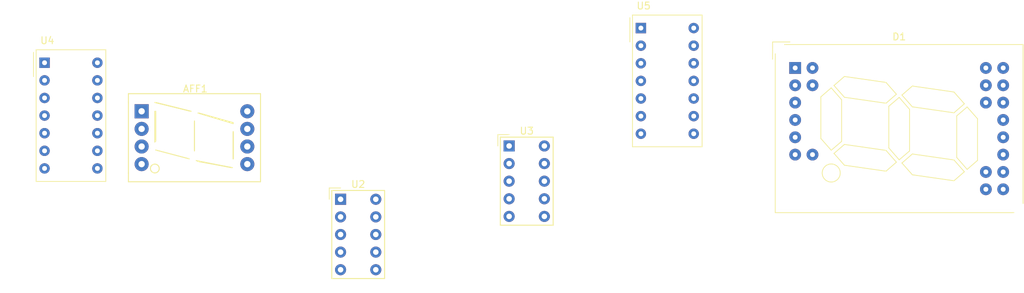
<source format=kicad_pcb>
(kicad_pcb (version 20171130) (host pcbnew "(5.0.1)-3")

  (general
    (thickness 1.6)
    (drawings 0)
    (tracks 0)
    (zones 0)
    (modules 6)
    (nets 72)
  )

  (page A4)
  (layers
    (0 F.Cu signal)
    (31 B.Cu signal)
    (32 B.Adhes user)
    (33 F.Adhes user)
    (34 B.Paste user)
    (35 F.Paste user)
    (36 B.SilkS user)
    (37 F.SilkS user)
    (38 B.Mask user)
    (39 F.Mask user)
    (40 Dwgs.User user)
    (41 Cmts.User user)
    (42 Eco1.User user)
    (43 Eco2.User user)
    (44 Edge.Cuts user)
    (45 Margin user)
    (46 B.CrtYd user)
    (47 F.CrtYd user)
    (48 B.Fab user)
    (49 F.Fab user)
  )

  (setup
    (last_trace_width 0.25)
    (trace_clearance 0.2)
    (zone_clearance 0.508)
    (zone_45_only no)
    (trace_min 0.2)
    (segment_width 0.2)
    (edge_width 0.15)
    (via_size 0.8)
    (via_drill 0.4)
    (via_min_size 0.4)
    (via_min_drill 0.3)
    (uvia_size 0.3)
    (uvia_drill 0.1)
    (uvias_allowed no)
    (uvia_min_size 0.2)
    (uvia_min_drill 0.1)
    (pcb_text_width 0.3)
    (pcb_text_size 1.5 1.5)
    (mod_edge_width 0.15)
    (mod_text_size 1 1)
    (mod_text_width 0.15)
    (pad_size 1.524 1.524)
    (pad_drill 0.762)
    (pad_to_mask_clearance 0.051)
    (solder_mask_min_width 0.25)
    (aux_axis_origin 0 0)
    (visible_elements FFFFFF7F)
    (pcbplotparams
      (layerselection 0x010fc_ffffffff)
      (usegerberextensions false)
      (usegerberattributes false)
      (usegerberadvancedattributes false)
      (creategerberjobfile false)
      (excludeedgelayer true)
      (linewidth 0.100000)
      (plotframeref false)
      (viasonmask false)
      (mode 1)
      (useauxorigin false)
      (hpglpennumber 1)
      (hpglpenspeed 20)
      (hpglpendiameter 15.000000)
      (psnegative false)
      (psa4output false)
      (plotreference true)
      (plotvalue true)
      (plotinvisibletext false)
      (padsonsilk false)
      (subtractmaskfromsilk false)
      (outputformat 1)
      (mirror false)
      (drillshape 1)
      (scaleselection 1)
      (outputdirectory ""))
  )

  (net 0 "")
  (net 1 GND)
  (net 2 "Net-(U2-Pad2)")
  (net 3 "Net-(U2-Pad3)")
  (net 4 "Net-(U2-Pad4)")
  (net 5 "Net-(U2-Pad5)")
  (net 6 "Net-(U2-Pad7)")
  (net 7 "Net-(U2-Pad8)")
  (net 8 "Net-(U2-Pad9)")
  (net 9 "Net-(U2-Pad10)")
  (net 10 "Net-(U3-Pad2)")
  (net 11 "Net-(U3-Pad3)")
  (net 12 "Net-(U3-Pad4)")
  (net 13 "Net-(U3-Pad5)")
  (net 14 "Net-(U3-Pad7)")
  (net 15 "Net-(U3-Pad8)")
  (net 16 "Net-(U3-Pad9)")
  (net 17 "Net-(U3-Pad10)")
  (net 18 "Net-(AFF1-Pad1)")
  (net 19 "Net-(AFF1-Pad2)")
  (net 20 "Net-(AFF1-Pad3)")
  (net 21 "Net-(AFF1-Pad4)")
  (net 22 "Net-(AFF1-Pad5)")
  (net 23 "Net-(AFF1-Pad6)")
  (net 24 "Net-(AFF1-Pad7)")
  (net 25 "Net-(AFF1-Pad8)")
  (net 26 "Net-(U4-Pad1)")
  (net 27 "Net-(U4-Pad2)")
  (net 28 "Net-(U4-Pad3)")
  (net 29 "Net-(U4-Pad4)")
  (net 30 "Net-(U4-Pad5)")
  (net 31 "Net-(U4-Pad6)")
  (net 32 "Net-(U4-Pad7)")
  (net 33 "Net-(U4-Pad8)")
  (net 34 "Net-(U4-Pad9)")
  (net 35 "Net-(U4-Pad10)")
  (net 36 "Net-(D1-Pad1)")
  (net 37 "Net-(D1-Pad2)")
  (net 38 "Net-(D1-Pad3)")
  (net 39 "Net-(D1-Pad4)")
  (net 40 "Net-(D1-Pad5)")
  (net 41 "Net-(D1-Pad6)")
  (net 42 "Net-(D1-Pad9)")
  (net 43 "Net-(D1-Pad10)")
  (net 44 "Net-(D1-Pad11)")
  (net 45 "Net-(D1-Pad13)")
  (net 46 "Net-(D1-Pad14)")
  (net 47 "Net-(D1-Pad15)")
  (net 48 "Net-(D1-Pad16)")
  (net 49 "Net-(D1-Pad17)")
  (net 50 "Net-(D1-Pad18)")
  (net 51 "Net-(D1-Pad19)")
  (net 52 "Net-(D1-Pad20)")
  (net 53 "Net-(D1-Pad21)")
  (net 54 "Net-(D1-Pad22)")
  (net 55 "Net-(D1-Pad23)")
  (net 56 "Net-(D1-Pad24)")
  (net 57 "Net-(D1-Pad25)")
  (net 58 "Net-(U5-Pad1)")
  (net 59 "Net-(U5-Pad2)")
  (net 60 "Net-(U5-Pad3)")
  (net 61 "Net-(U5-Pad4)")
  (net 62 "Net-(U5-Pad5)")
  (net 63 "Net-(U5-Pad6)")
  (net 64 "Net-(U5-Pad7)")
  (net 65 "Net-(U5-Pad8)")
  (net 66 "Net-(U5-Pad9)")
  (net 67 "Net-(U5-Pad10)")
  (net 68 "Net-(U5-Pad11)")
  (net 69 "Net-(U5-Pad12)")
  (net 70 "Net-(U5-Pad13)")
  (net 71 "Net-(U5-Pad14)")

  (net_class Default "This is the default net class."
    (clearance 0.2)
    (trace_width 0.25)
    (via_dia 0.8)
    (via_drill 0.4)
    (uvia_dia 0.3)
    (uvia_drill 0.1)
    (add_net GND)
    (add_net "Net-(AFF1-Pad1)")
    (add_net "Net-(AFF1-Pad2)")
    (add_net "Net-(AFF1-Pad3)")
    (add_net "Net-(AFF1-Pad4)")
    (add_net "Net-(AFF1-Pad5)")
    (add_net "Net-(AFF1-Pad6)")
    (add_net "Net-(AFF1-Pad7)")
    (add_net "Net-(AFF1-Pad8)")
    (add_net "Net-(D1-Pad1)")
    (add_net "Net-(D1-Pad10)")
    (add_net "Net-(D1-Pad11)")
    (add_net "Net-(D1-Pad13)")
    (add_net "Net-(D1-Pad14)")
    (add_net "Net-(D1-Pad15)")
    (add_net "Net-(D1-Pad16)")
    (add_net "Net-(D1-Pad17)")
    (add_net "Net-(D1-Pad18)")
    (add_net "Net-(D1-Pad19)")
    (add_net "Net-(D1-Pad2)")
    (add_net "Net-(D1-Pad20)")
    (add_net "Net-(D1-Pad21)")
    (add_net "Net-(D1-Pad22)")
    (add_net "Net-(D1-Pad23)")
    (add_net "Net-(D1-Pad24)")
    (add_net "Net-(D1-Pad25)")
    (add_net "Net-(D1-Pad3)")
    (add_net "Net-(D1-Pad4)")
    (add_net "Net-(D1-Pad5)")
    (add_net "Net-(D1-Pad6)")
    (add_net "Net-(D1-Pad9)")
    (add_net "Net-(U2-Pad10)")
    (add_net "Net-(U2-Pad2)")
    (add_net "Net-(U2-Pad3)")
    (add_net "Net-(U2-Pad4)")
    (add_net "Net-(U2-Pad5)")
    (add_net "Net-(U2-Pad7)")
    (add_net "Net-(U2-Pad8)")
    (add_net "Net-(U2-Pad9)")
    (add_net "Net-(U3-Pad10)")
    (add_net "Net-(U3-Pad2)")
    (add_net "Net-(U3-Pad3)")
    (add_net "Net-(U3-Pad4)")
    (add_net "Net-(U3-Pad5)")
    (add_net "Net-(U3-Pad7)")
    (add_net "Net-(U3-Pad8)")
    (add_net "Net-(U3-Pad9)")
    (add_net "Net-(U4-Pad1)")
    (add_net "Net-(U4-Pad10)")
    (add_net "Net-(U4-Pad2)")
    (add_net "Net-(U4-Pad3)")
    (add_net "Net-(U4-Pad4)")
    (add_net "Net-(U4-Pad5)")
    (add_net "Net-(U4-Pad6)")
    (add_net "Net-(U4-Pad7)")
    (add_net "Net-(U4-Pad8)")
    (add_net "Net-(U4-Pad9)")
    (add_net "Net-(U5-Pad1)")
    (add_net "Net-(U5-Pad10)")
    (add_net "Net-(U5-Pad11)")
    (add_net "Net-(U5-Pad12)")
    (add_net "Net-(U5-Pad13)")
    (add_net "Net-(U5-Pad14)")
    (add_net "Net-(U5-Pad2)")
    (add_net "Net-(U5-Pad3)")
    (add_net "Net-(U5-Pad4)")
    (add_net "Net-(U5-Pad5)")
    (add_net "Net-(U5-Pad6)")
    (add_net "Net-(U5-Pad7)")
    (add_net "Net-(U5-Pad8)")
    (add_net "Net-(U5-Pad9)")
  )

  (module Display_7Segment:HDSP-A151 (layer F.Cu) (tedit 5A9EC7A7) (tstamp 5D46ECD6)
    (at 134.690001 89.690001)
    (descr "One digit 7 segment red, https://docs.broadcom.com/docs/AV02-2553EN")
    (tags "One digit 7 segment high efficiency red")
    (path /5D4730CD)
    (fp_text reference U2 (at 2.54 -2.159) (layer F.SilkS)
      (effects (font (size 1 1) (thickness 0.15)))
    )
    (fp_text value HDSP-7501 (at 2.54 12.7) (layer F.Fab)
      (effects (font (size 1 1) (thickness 0.15)))
    )
    (fp_text user %R (at 2.573 5.08) (layer F.Fab)
      (effects (font (size 1 1) (thickness 0.15)))
    )
    (fp_line (start 6.35 -1.27) (end -1.27 -1.27) (layer F.SilkS) (width 0.15))
    (fp_line (start -1.27 -1.27) (end -1.27 11.43) (layer F.SilkS) (width 0.15))
    (fp_line (start -1.27 11.43) (end 6.35 11.43) (layer F.SilkS) (width 0.15))
    (fp_line (start 6.35 11.43) (end 6.35 -1.27) (layer F.SilkS) (width 0.15))
    (fp_line (start 6.2 -1.1) (end 6.2 11.3) (layer F.Fab) (width 0.1))
    (fp_line (start 6.2 11.3) (end -1.1 11.3) (layer F.Fab) (width 0.1))
    (fp_line (start -1.1 11.3) (end -1.1 -0.1) (layer F.Fab) (width 0.1))
    (fp_line (start -1.1 -0.1) (end -0.1 -1.1) (layer F.Fab) (width 0.1))
    (fp_line (start -0.1 -1.1) (end 6.2 -1.1) (layer F.Fab) (width 0.1))
    (fp_line (start 6.6 -1.5) (end 6.6 11.7) (layer F.CrtYd) (width 0.05))
    (fp_line (start 6.6 11.7) (end -1.5 11.7) (layer F.CrtYd) (width 0.05))
    (fp_line (start -1.5 11.7) (end -1.5 -1.5) (layer F.CrtYd) (width 0.05))
    (fp_line (start -1.5 -1.5) (end 6.6 -1.5) (layer F.CrtYd) (width 0.05))
    (fp_line (start -1.63 0) (end -1.63 -1.63) (layer F.SilkS) (width 0.12))
    (fp_line (start -1.63 -1.63) (end 0 -1.63) (layer F.SilkS) (width 0.12))
    (pad 1 thru_hole rect (at 0 0) (size 1.6 1.6) (drill 0.8) (layers *.Cu *.Mask)
      (net 1 GND))
    (pad 2 thru_hole circle (at 0 2.54) (size 1.6 1.6) (drill 0.8) (layers *.Cu *.Mask)
      (net 2 "Net-(U2-Pad2)"))
    (pad 3 thru_hole circle (at 0 5.08) (size 1.6 1.6) (drill 0.8) (layers *.Cu *.Mask)
      (net 3 "Net-(U2-Pad3)"))
    (pad 4 thru_hole circle (at 0 7.62) (size 1.6 1.6) (drill 0.8) (layers *.Cu *.Mask)
      (net 4 "Net-(U2-Pad4)"))
    (pad 5 thru_hole circle (at 0 10.16) (size 1.6 1.6) (drill 0.8) (layers *.Cu *.Mask)
      (net 5 "Net-(U2-Pad5)"))
    (pad 6 thru_hole circle (at 5.08 10.16) (size 1.6 1.6) (drill 0.8) (layers *.Cu *.Mask)
      (net 1 GND))
    (pad 7 thru_hole circle (at 5.08 7.62) (size 1.6 1.6) (drill 0.8) (layers *.Cu *.Mask)
      (net 6 "Net-(U2-Pad7)"))
    (pad 8 thru_hole circle (at 5.08 5.08) (size 1.6 1.6) (drill 0.8) (layers *.Cu *.Mask)
      (net 7 "Net-(U2-Pad8)"))
    (pad 9 thru_hole circle (at 5.08 2.54) (size 1.6 1.6) (drill 0.8) (layers *.Cu *.Mask)
      (net 8 "Net-(U2-Pad9)"))
    (pad 10 thru_hole circle (at 5.08 0) (size 1.6 1.6) (drill 0.8) (layers *.Cu *.Mask)
      (net 9 "Net-(U2-Pad10)"))
    (model ${KISYS3DMOD}/Display_7Segment.3dshapes/HDSP-A151.wrl
      (at (xyz 0 0 0))
      (scale (xyz 1 1 1))
      (rotate (xyz 0 0 0))
    )
  )

  (module Display_7Segment:HDSP-7401 (layer F.Cu) (tedit 5A9EC768) (tstamp 5D46ECF4)
    (at 159 82)
    (descr "One digit 7 segment yellow, https://docs.broadcom.com/docs/AV02-2553EN")
    (tags "One digit 7 segment yellow")
    (path /5D473560)
    (fp_text reference U3 (at 2.54 -2.159) (layer F.SilkS)
      (effects (font (size 1 1) (thickness 0.15)))
    )
    (fp_text value HDSP-7403 (at 2.54 12.7) (layer F.Fab)
      (effects (font (size 1 1) (thickness 0.15)))
    )
    (fp_line (start -1.5 -1.5) (end 6.6 -1.5) (layer F.CrtYd) (width 0.05))
    (fp_line (start -1.5 11.7) (end -1.5 -1.5) (layer F.CrtYd) (width 0.05))
    (fp_line (start 6.6 11.7) (end -1.5 11.7) (layer F.CrtYd) (width 0.05))
    (fp_line (start 6.6 -1.5) (end 6.6 11.7) (layer F.CrtYd) (width 0.05))
    (fp_line (start -0.1 -1.1) (end 6.2 -1.1) (layer F.Fab) (width 0.1))
    (fp_line (start -1.1 -0.1) (end -0.1 -1.1) (layer F.Fab) (width 0.1))
    (fp_line (start -1.1 11.3) (end -1.1 -0.1) (layer F.Fab) (width 0.1))
    (fp_line (start 6.2 11.3) (end -1.1 11.3) (layer F.Fab) (width 0.1))
    (fp_line (start 6.2 -1.1) (end 6.2 11.3) (layer F.Fab) (width 0.1))
    (fp_line (start 6.35 11.43) (end 6.35 -1.27) (layer F.SilkS) (width 0.15))
    (fp_line (start -1.27 11.43) (end 6.35 11.43) (layer F.SilkS) (width 0.15))
    (fp_line (start -1.27 -1.27) (end -1.27 11.43) (layer F.SilkS) (width 0.15))
    (fp_line (start 6.35 -1.27) (end -1.27 -1.27) (layer F.SilkS) (width 0.15))
    (fp_text user %R (at 2.573 5.08) (layer F.Fab)
      (effects (font (size 1 1) (thickness 0.15)))
    )
    (fp_line (start -1.63 0) (end -1.63 -1.63) (layer F.SilkS) (width 0.12))
    (fp_line (start -1.63 -1.63) (end 0 -1.63) (layer F.SilkS) (width 0.12))
    (pad 1 thru_hole rect (at 0 0) (size 1.6 1.6) (drill 0.8) (layers *.Cu *.Mask)
      (net 1 GND))
    (pad 2 thru_hole circle (at 0 2.54) (size 1.6 1.6) (drill 0.8) (layers *.Cu *.Mask)
      (net 10 "Net-(U3-Pad2)"))
    (pad 3 thru_hole circle (at 0 5.08) (size 1.6 1.6) (drill 0.8) (layers *.Cu *.Mask)
      (net 11 "Net-(U3-Pad3)"))
    (pad 4 thru_hole circle (at 0 7.62) (size 1.6 1.6) (drill 0.8) (layers *.Cu *.Mask)
      (net 12 "Net-(U3-Pad4)"))
    (pad 5 thru_hole circle (at 0 10.16) (size 1.6 1.6) (drill 0.8) (layers *.Cu *.Mask)
      (net 13 "Net-(U3-Pad5)"))
    (pad 6 thru_hole circle (at 5.08 10.16) (size 1.6 1.6) (drill 0.8) (layers *.Cu *.Mask)
      (net 1 GND))
    (pad 7 thru_hole circle (at 5.08 7.62) (size 1.6 1.6) (drill 0.8) (layers *.Cu *.Mask)
      (net 14 "Net-(U3-Pad7)"))
    (pad 8 thru_hole circle (at 5.08 5.08) (size 1.6 1.6) (drill 0.8) (layers *.Cu *.Mask)
      (net 15 "Net-(U3-Pad8)"))
    (pad 9 thru_hole circle (at 5.08 2.54) (size 1.6 1.6) (drill 0.8) (layers *.Cu *.Mask)
      (net 16 "Net-(U3-Pad9)"))
    (pad 10 thru_hole circle (at 5.08 0) (size 1.6 1.6) (drill 0.8) (layers *.Cu *.Mask)
      (net 17 "Net-(U3-Pad10)"))
    (model ${KISYS3DMOD}/Display_7Segment.3dshapes/HDSP-7401.wrl
      (at (xyz 0 0 0))
      (scale (xyz 1 1 1))
      (rotate (xyz 0 0 0))
    )
    (model ${KISYS3DMOD}/Display_7Segment.3dshapes/SBC18-11SURKCGKWA.step
      (at (xyz 0 0 0))
      (scale (xyz 0.3 0.3 0.3))
      (rotate (xyz 0 0 0))
    )
  )

  (module Display_7Segment:LTS-69xx (layer F.Cu) (tedit 5A0AD245) (tstamp 5D46FE0E)
    (at 106 77)
    (descr "Afficheur 7 segments")
    (tags AFFICHEUR)
    (path /5D473D11)
    (fp_text reference AFF1 (at 7.74 -3.24) (layer F.SilkS)
      (effects (font (size 1 1) (thickness 0.15)))
    )
    (fp_text value LTS-6960HR (at 5.85 3.67 270) (layer F.Fab)
      (effects (font (size 1 1) (thickness 0.15)))
    )
    (fp_text user %R (at 7.62 3.81 270) (layer F.Fab)
      (effects (font (size 1 1) (thickness 0.15)))
    )
    (fp_line (start 6.858 6.858) (end 2.032 5.588) (layer F.SilkS) (width 0.15))
    (fp_line (start 2.032 0) (end 2.032 4.318) (layer F.SilkS) (width 0.15))
    (fp_line (start 7.112 0) (end 2.032 -1.27) (layer F.SilkS) (width 0.15))
    (fp_line (start 13.208 1.778) (end 8.128 0.254) (layer F.SilkS) (width 0.15))
    (fp_line (start 13.208 3.048) (end 13.208 6.858) (layer F.SilkS) (width 0.15))
    (fp_line (start 7.62 1.524) (end 7.62 5.588) (layer F.SilkS) (width 0.15))
    (fp_line (start 12.954 8.128) (end 7.874 7.112) (layer F.SilkS) (width 0.15))
    (fp_line (start 1.905 0) (end 1.905 4.445) (layer F.SilkS) (width 0.15))
    (fp_line (start 17.145 -1.27) (end 17.145 -2.54) (layer F.SilkS) (width 0.15))
    (fp_line (start 17.145 -2.54) (end -1.905 -2.54) (layer F.SilkS) (width 0.15))
    (fp_line (start -1.905 -2.54) (end -1.905 -1.27) (layer F.SilkS) (width 0.15))
    (fp_line (start -1.905 8.89) (end -1.905 10.16) (layer F.SilkS) (width 0.15))
    (fp_line (start -1.905 10.16) (end 17.145 10.16) (layer F.SilkS) (width 0.15))
    (fp_line (start 17.145 10.16) (end 17.145 8.89) (layer F.SilkS) (width 0.15))
    (fp_line (start -1.905 -1.27) (end -1.905 8.89) (layer F.SilkS) (width 0.15))
    (fp_line (start 17.145 8.89) (end 17.145 -1.27) (layer F.SilkS) (width 0.15))
    (fp_line (start 7.62 1.397) (end 7.62 5.715) (layer F.SilkS) (width 0.15))
    (fp_line (start 8.128 7.239) (end 13.081 8.128) (layer F.SilkS) (width 0.15))
    (fp_line (start 13.208 2.921) (end 13.208 6.858) (layer F.SilkS) (width 0.15))
    (fp_line (start 8.255 0.254) (end 13.208 1.651) (layer F.SilkS) (width 0.15))
    (fp_line (start 7.112 0) (end 1.905 -1.27) (layer F.SilkS) (width 0.15))
    (fp_circle (center 1.905 8.255) (end 1.905 8.89) (layer F.SilkS) (width 0.15))
    (fp_line (start -0.75 -2.5) (end -1.75 -1.5) (layer F.Fab) (width 0.1))
    (fp_line (start -1.75 -1.5) (end -1.75 10) (layer F.Fab) (width 0.1))
    (fp_line (start -1.75 10) (end 17 10) (layer F.Fab) (width 0.1))
    (fp_line (start 17 10) (end 17 -2.5) (layer F.Fab) (width 0.1))
    (fp_line (start 17 -2.5) (end -0.75 -2.5) (layer F.Fab) (width 0.1))
    (fp_line (start 17.4 -2.8) (end 17.4 10.4) (layer F.CrtYd) (width 0.05))
    (fp_line (start 17.4 10.4) (end -2.1 10.4) (layer F.CrtYd) (width 0.05))
    (fp_line (start -2.1 10.4) (end -2.1 -2.8) (layer F.CrtYd) (width 0.05))
    (fp_line (start -2.1 -2.8) (end 17.4 -2.8) (layer F.CrtYd) (width 0.05))
    (pad 1 thru_hole rect (at 0 0 270) (size 2.032 2.032) (drill 0.9144) (layers *.Cu *.Mask)
      (net 18 "Net-(AFF1-Pad1)"))
    (pad 2 thru_hole circle (at 0 2.54 270) (size 2.032 2.032) (drill 0.9144) (layers *.Cu *.Mask)
      (net 19 "Net-(AFF1-Pad2)"))
    (pad 3 thru_hole circle (at 0 5.08 270) (size 2.032 2.032) (drill 0.9144) (layers *.Cu *.Mask)
      (net 20 "Net-(AFF1-Pad3)"))
    (pad 4 thru_hole circle (at 0 7.62 270) (size 2.032 2.032) (drill 0.9144) (layers *.Cu *.Mask)
      (net 21 "Net-(AFF1-Pad4)"))
    (pad 5 thru_hole circle (at 15.24 7.62 270) (size 2.032 2.032) (drill 0.9144) (layers *.Cu *.Mask)
      (net 22 "Net-(AFF1-Pad5)"))
    (pad 6 thru_hole circle (at 15.24 5.08 270) (size 2.032 2.032) (drill 0.9144) (layers *.Cu *.Mask)
      (net 23 "Net-(AFF1-Pad6)"))
    (pad 7 thru_hole circle (at 15.24 2.54 270) (size 2.032 2.032) (drill 0.9144) (layers *.Cu *.Mask)
      (net 24 "Net-(AFF1-Pad7)"))
    (pad 8 thru_hole circle (at 15.24 0 270) (size 2.032 2.032) (drill 0.9144) (layers *.Cu *.Mask)
      (net 25 "Net-(AFF1-Pad8)"))
  )

  (module Display_7Segment:MAN3620A (layer F.Cu) (tedit 5A02FE84) (tstamp 5D470129)
    (at 92 70)
    (descr https://www.digchip.com/datasheets/parts/datasheet/161/MAN3640A-pdf.php)
    (tags "One digit 7 segment orange LED with left dot")
    (path /5D47421C)
    (fp_text reference U4 (at 0.4 -3.2) (layer F.SilkS)
      (effects (font (size 1 1) (thickness 0.15)))
    )
    (fp_text value SBC18-11SURKCGKWA (at 2.2 18.4) (layer F.Fab)
      (effects (font (size 1 1) (thickness 0.15)))
    )
    (fp_text user %R (at 3.8 7.8) (layer F.Fab)
      (effects (font (size 1 1) (thickness 0.15)))
    )
    (fp_line (start -1.59 -1.5) (end -1.59 2) (layer F.SilkS) (width 0.12))
    (fp_line (start -1.34 -2.01) (end 8.96 -2.01) (layer F.CrtYd) (width 0.05))
    (fp_line (start 8.96 -2.01) (end 8.96 17.25) (layer F.CrtYd) (width 0.05))
    (fp_line (start 8.96 17.25) (end -1.34 17.25) (layer F.CrtYd) (width 0.05))
    (fp_line (start -1.34 17.25) (end -1.34 -2.01) (layer F.CrtYd) (width 0.05))
    (fp_line (start -1.09 1) (end -0.09 0) (layer F.Fab) (width 0.1))
    (fp_line (start -0.09 0) (end -1.09 -1) (layer F.Fab) (width 0.1))
    (fp_line (start -1.09 -1) (end -1.09 -1.755) (layer F.Fab) (width 0.1))
    (fp_line (start -1.21 -1.875) (end 8.83 -1.875) (layer F.SilkS) (width 0.12))
    (fp_line (start 8.83 -1.875) (end 8.83 17.115) (layer F.SilkS) (width 0.12))
    (fp_line (start 8.83 17.115) (end -1.21 17.115) (layer F.SilkS) (width 0.12))
    (fp_line (start -1.21 17.115) (end -1.21 -1.875) (layer F.SilkS) (width 0.12))
    (fp_line (start -1.09 -1.755) (end 8.71 -1.755) (layer F.Fab) (width 0.1))
    (fp_line (start 8.71 -1.755) (end 8.71 16.995) (layer F.Fab) (width 0.1))
    (fp_line (start 8.71 16.995) (end -1.09 16.995) (layer F.Fab) (width 0.1))
    (fp_line (start -1.09 16.995) (end -1.09 1) (layer F.Fab) (width 0.1))
    (pad 1 thru_hole rect (at 0 0) (size 1.5 1.5) (drill 0.7) (layers *.Cu *.Mask)
      (net 26 "Net-(U4-Pad1)"))
    (pad 2 thru_hole circle (at 0 2.54) (size 1.5 1.5) (drill 0.7) (layers *.Cu *.Mask)
      (net 27 "Net-(U4-Pad2)"))
    (pad 3 thru_hole circle (at 0 5.08) (size 1.5 1.5) (drill 0.7) (layers *.Cu *.Mask)
      (net 28 "Net-(U4-Pad3)"))
    (pad 4 thru_hole circle (at 0 7.62) (size 1.5 1.5) (drill 0.7) (layers *.Cu *.Mask)
      (net 29 "Net-(U4-Pad4)"))
    (pad 5 thru_hole circle (at 0 10.16) (size 1.5 1.5) (drill 0.7) (layers *.Cu *.Mask)
      (net 30 "Net-(U4-Pad5)"))
    (pad 6 thru_hole circle (at 0 12.7) (size 1.5 1.5) (drill 0.7) (layers *.Cu *.Mask)
      (net 31 "Net-(U4-Pad6)"))
    (pad 7 thru_hole circle (at 0 15.24) (size 1.5 1.5) (drill 0.7) (layers *.Cu *.Mask)
      (net 32 "Net-(U4-Pad7)"))
    (pad 8 thru_hole circle (at 7.62 15.24) (size 1.5 1.5) (drill 0.7) (layers *.Cu *.Mask)
      (net 33 "Net-(U4-Pad8)"))
    (pad 9 thru_hole circle (at 7.62 12.7) (size 1.5 1.5) (drill 0.7) (layers *.Cu *.Mask)
      (net 34 "Net-(U4-Pad9)"))
    (pad 10 thru_hole circle (at 7.62 10.16) (size 1.5 1.5) (drill 0.7) (layers *.Cu *.Mask)
      (net 35 "Net-(U4-Pad10)"))
    (pad 11 thru_hole circle (at 7.62 7.62) (size 1.5 1.5) (drill 0.7) (layers *.Cu *.Mask))
    (pad 12 thru_hole circle (at 7.62 5.08) (size 1.5 1.5) (drill 0.7) (layers *.Cu *.Mask))
    (pad 13 thru_hole circle (at 7.62 2.54) (size 1.5 1.5) (drill 0.7) (layers *.Cu *.Mask))
    (pad 14 thru_hole circle (at 7.62 0) (size 1.5 1.5) (drill 0.7) (layers *.Cu *.Mask))
    (model ${KISYS3DMOD}/Display_7Segment.3dshapes/MAN3620A.wrl
      (at (xyz 0 0 0))
      (scale (xyz 1 1 1))
      (rotate (xyz 0 0 0))
    )
  )

  (module Display_7Segment:AD-121F2 (layer F.Cu) (tedit 5A02FE84) (tstamp 5D470359)
    (at 200.25 70.75)
    (descr "Single Digit 7-segment RGB LED Display, 1-inch digit height, common anode, http://usasyck.com/products/AD-121F2_cat_e.pdf")
    (tags "RGB LED digit")
    (path /5D474100)
    (fp_text reference D1 (at 15 -4.5) (layer F.SilkS)
      (effects (font (size 1 1) (thickness 0.15)))
    )
    (fp_text value AD-121F2 (at 15 22) (layer F.Fab)
      (effects (font (size 1 1) (thickness 0.15)))
    )
    (fp_circle (center 5.2 15.15) (end 6.5 15.15) (layer F.SilkS) (width 0.12))
    (fp_line (start 32.75 -3.25) (end 32.75 20.75) (layer F.Fab) (width 0.1))
    (fp_line (start 32.75 20.75) (end -2.75 20.75) (layer F.Fab) (width 0.1))
    (fp_line (start -2.75 20.75) (end -2.75 -1.25) (layer F.Fab) (width 0.1))
    (fp_line (start -2.75 -1.25) (end -0.75 -3.25) (layer F.Fab) (width 0.1))
    (fp_line (start -0.75 -3.25) (end 32.75 -3.25) (layer F.Fab) (width 0.1))
    (fp_line (start -1.55 -3.37) (end 32.87 -3.37) (layer F.SilkS) (width 0.12))
    (fp_line (start 32.87 -3.37) (end 32.87 19.55) (layer F.SilkS) (width 0.12))
    (fp_line (start 31.55 20.87) (end -2.87 20.87) (layer F.SilkS) (width 0.12))
    (fp_line (start -2.87 20.87) (end -2.87 -2.05) (layer F.SilkS) (width 0.12))
    (fp_line (start -3.25 -1.25) (end -3.25 -3.75) (layer F.SilkS) (width 0.12))
    (fp_line (start -3.25 -3.75) (end -0.75 -3.75) (layer F.SilkS) (width 0.12))
    (fp_line (start 24.8 5.63) (end 26.3 7.33) (layer F.SilkS) (width 0.12))
    (fp_line (start 26.3 7.33) (end 26.3 13.33) (layer F.SilkS) (width 0.12))
    (fp_line (start 26.3 13.33) (end 24.8 14.63) (layer F.SilkS) (width 0.12))
    (fp_line (start 24.8 14.63) (end 23.3 12.91) (layer F.SilkS) (width 0.12))
    (fp_line (start 23.3 12.91) (end 23.3 6.91) (layer F.SilkS) (width 0.12))
    (fp_line (start 23.3 6.91) (end 24.8 5.63) (layer F.SilkS) (width 0.12))
    (fp_line (start 24.8 5.63) (end 24.8 5.63) (layer F.SilkS) (width 0.12))
    (fp_line (start 15.4 13.71) (end 16.9 15.41) (layer F.SilkS) (width 0.12))
    (fp_line (start 16.9 15.41) (end 22.9 16.27) (layer F.SilkS) (width 0.12))
    (fp_line (start 22.9 16.27) (end 24.4 14.97) (layer F.SilkS) (width 0.12))
    (fp_line (start 24.4 14.97) (end 22.9 13.27) (layer F.SilkS) (width 0.12))
    (fp_line (start 22.9 13.27) (end 16.9 12.41) (layer F.SilkS) (width 0.12))
    (fp_line (start 16.9 12.41) (end 15.4 13.71) (layer F.SilkS) (width 0.12))
    (fp_line (start 15.4 13.71) (end 15.4 13.71) (layer F.SilkS) (width 0.12))
    (fp_line (start 5.6 12.33) (end 7.1 14.03) (layer F.SilkS) (width 0.12))
    (fp_line (start 7.1 14.03) (end 13.1 14.89) (layer F.SilkS) (width 0.12))
    (fp_line (start 13.1 14.89) (end 14.6 13.59) (layer F.SilkS) (width 0.12))
    (fp_line (start 14.6 13.59) (end 13.1 11.89) (layer F.SilkS) (width 0.12))
    (fp_line (start 13.1 11.89) (end 7.1 11.03) (layer F.SilkS) (width 0.12))
    (fp_line (start 7.1 11.03) (end 5.6 12.33) (layer F.SilkS) (width 0.12))
    (fp_line (start 5.6 12.33) (end 5.6 12.33) (layer F.SilkS) (width 0.12))
    (fp_line (start 5.2 2.87) (end 6.7 4.59) (layer F.SilkS) (width 0.12))
    (fp_line (start 6.7 4.59) (end 6.7 10.59) (layer F.SilkS) (width 0.12))
    (fp_line (start 6.7 10.59) (end 5.2 11.87) (layer F.SilkS) (width 0.12))
    (fp_line (start 5.2 11.87) (end 3.7 10.17) (layer F.SilkS) (width 0.12))
    (fp_line (start 3.7 10.17) (end 3.7 4.17) (layer F.SilkS) (width 0.12))
    (fp_line (start 3.7 4.17) (end 5.2 2.87) (layer F.SilkS) (width 0.12))
    (fp_line (start 5.2 2.87) (end 5.2 2.87) (layer F.SilkS) (width 0.12))
    (fp_line (start 5.6 2.53) (end 7.1 4.23) (layer F.SilkS) (width 0.12))
    (fp_line (start 7.1 4.23) (end 13.1 5.09) (layer F.SilkS) (width 0.12))
    (fp_line (start 13.1 5.09) (end 14.6 3.79) (layer F.SilkS) (width 0.12))
    (fp_line (start 14.6 3.79) (end 13.1 2.09) (layer F.SilkS) (width 0.12))
    (fp_line (start 13.1 2.09) (end 7.1 1.23) (layer F.SilkS) (width 0.12))
    (fp_line (start 7.1 1.23) (end 5.6 2.53) (layer F.SilkS) (width 0.12))
    (fp_line (start 5.6 2.53) (end 5.6 2.53) (layer F.SilkS) (width 0.12))
    (fp_line (start 15.4 3.91) (end 16.9 5.61) (layer F.SilkS) (width 0.12))
    (fp_line (start 16.9 5.61) (end 22.9 6.47) (layer F.SilkS) (width 0.12))
    (fp_line (start 22.9 6.47) (end 24.4 5.17) (layer F.SilkS) (width 0.12))
    (fp_line (start 24.4 5.17) (end 22.9 3.47) (layer F.SilkS) (width 0.12))
    (fp_line (start 22.9 3.47) (end 16.9 2.61) (layer F.SilkS) (width 0.12))
    (fp_line (start 16.9 2.61) (end 15.4 3.91) (layer F.SilkS) (width 0.12))
    (fp_line (start 15.4 3.91) (end 15.4 3.91) (layer F.SilkS) (width 0.12))
    (fp_line (start 15 4.25) (end 16.5 5.97) (layer F.SilkS) (width 0.12))
    (fp_line (start 16.5 5.97) (end 16.5 11.97) (layer F.SilkS) (width 0.12))
    (fp_line (start 16.5 11.97) (end 15 13.25) (layer F.SilkS) (width 0.12))
    (fp_line (start 15 13.25) (end 13.5 11.53) (layer F.SilkS) (width 0.12))
    (fp_line (start 13.5 11.53) (end 13.5 5.53) (layer F.SilkS) (width 0.12))
    (fp_line (start 13.5 5.53) (end 15 4.25) (layer F.SilkS) (width 0.12))
    (fp_line (start 15 4.25) (end 15 4.25) (layer F.SilkS) (width 0.12))
    (fp_line (start -3 -3.5) (end -3 21) (layer F.CrtYd) (width 0.05))
    (fp_line (start -3 21) (end 33 21) (layer F.CrtYd) (width 0.05))
    (fp_line (start 33 21) (end 33 -3.5) (layer F.CrtYd) (width 0.05))
    (fp_line (start 33 -3.5) (end -3 -3.5) (layer F.CrtYd) (width 0.05))
    (fp_text user %R (at 15 8.75) (layer F.Fab)
      (effects (font (size 1 1) (thickness 0.15)))
    )
    (pad 1 thru_hole rect (at 0 0) (size 1.7 1.7) (drill 0.7) (layers *.Cu *.Mask)
      (net 36 "Net-(D1-Pad1)"))
    (pad 2 thru_hole circle (at 0 2.5) (size 1.7 1.7) (drill 0.7) (layers *.Cu *.Mask)
      (net 37 "Net-(D1-Pad2)"))
    (pad 3 thru_hole circle (at 0 5) (size 1.7 1.7) (drill 0.7) (layers *.Cu *.Mask)
      (net 38 "Net-(D1-Pad3)"))
    (pad 4 thru_hole circle (at 0 7.5) (size 1.7 1.7) (drill 0.7) (layers *.Cu *.Mask)
      (net 39 "Net-(D1-Pad4)"))
    (pad 5 thru_hole circle (at 0 10) (size 1.7 1.7) (drill 0.7) (layers *.Cu *.Mask)
      (net 40 "Net-(D1-Pad5)"))
    (pad 6 thru_hole circle (at 0 12.5) (size 1.7 1.7) (drill 0.7) (layers *.Cu *.Mask)
      (net 41 "Net-(D1-Pad6)"))
    (pad 9 thru_hole circle (at 2.5 0) (size 1.7 1.7) (drill 0.7) (layers *.Cu *.Mask)
      (net 42 "Net-(D1-Pad9)"))
    (pad 10 thru_hole circle (at 2.5 2.5) (size 1.7 1.7) (drill 0.7) (layers *.Cu *.Mask)
      (net 43 "Net-(D1-Pad10)"))
    (pad 11 thru_hole circle (at 2.5 12.5) (size 1.7 1.7) (drill 0.7) (layers *.Cu *.Mask)
      (net 44 "Net-(D1-Pad11)"))
    (pad 13 thru_hole circle (at 27.5 0) (size 1.7 1.7) (drill 0.7) (layers *.Cu *.Mask)
      (net 45 "Net-(D1-Pad13)"))
    (pad 14 thru_hole circle (at 27.5 2.5) (size 1.7 1.7) (drill 0.7) (layers *.Cu *.Mask)
      (net 46 "Net-(D1-Pad14)"))
    (pad 15 thru_hole circle (at 27.5 5) (size 1.7 1.7) (drill 0.7) (layers *.Cu *.Mask)
      (net 47 "Net-(D1-Pad15)"))
    (pad 16 thru_hole circle (at 27.5 15) (size 1.7 1.7) (drill 0.7) (layers *.Cu *.Mask)
      (net 48 "Net-(D1-Pad16)"))
    (pad 17 thru_hole circle (at 27.5 17.5) (size 1.7 1.7) (drill 0.7) (layers *.Cu *.Mask)
      (net 49 "Net-(D1-Pad17)"))
    (pad 18 thru_hole circle (at 30 0) (size 1.7 1.7) (drill 0.7) (layers *.Cu *.Mask)
      (net 50 "Net-(D1-Pad18)"))
    (pad 19 thru_hole circle (at 30 2.5) (size 1.7 1.7) (drill 0.7) (layers *.Cu *.Mask)
      (net 51 "Net-(D1-Pad19)"))
    (pad 20 thru_hole circle (at 30 5) (size 1.7 1.7) (drill 0.7) (layers *.Cu *.Mask)
      (net 52 "Net-(D1-Pad20)"))
    (pad 21 thru_hole circle (at 30 7.5) (size 1.7 1.7) (drill 0.7) (layers *.Cu *.Mask)
      (net 53 "Net-(D1-Pad21)"))
    (pad 22 thru_hole circle (at 30 10) (size 1.7 1.7) (drill 0.7) (layers *.Cu *.Mask)
      (net 54 "Net-(D1-Pad22)"))
    (pad 23 thru_hole circle (at 30 12.5) (size 1.7 1.7) (drill 0.7) (layers *.Cu *.Mask)
      (net 55 "Net-(D1-Pad23)"))
    (pad 24 thru_hole circle (at 30 15) (size 1.7 1.7) (drill 0.7) (layers *.Cu *.Mask)
      (net 56 "Net-(D1-Pad24)"))
    (pad 25 thru_hole circle (at 30 17.5) (size 1.7 1.7) (drill 0.7) (layers *.Cu *.Mask)
      (net 57 "Net-(D1-Pad25)"))
    (pad "" np_thru_hole circle (at -2.25 -2.75) (size 1.45 1.45) (drill 1.45) (layers *.Cu *.Mask))
    (pad "" np_thru_hole circle (at 32.25 20.25) (size 1.45 1.45) (drill 1.45) (layers *.Cu *.Mask))
    (model ${KISYS3DMOD}/Display_7Segment.3dshapes/AD-121F2.wrl
      (at (xyz 0 0 0))
      (scale (xyz 1 1 1))
      (rotate (xyz 0 0 0))
    )
  )

  (module Display_7Segment:MAN3810A (layer F.Cu) (tedit 5A02FE84) (tstamp 5D4783E7)
    (at 178 65)
    (descr https://www.digchip.com/datasheets/parts/datasheet/161/MAN3640A-pdf.php)
    (tags "One digit 7 segment yellow LED with right dot")
    (path /5D474511)
    (fp_text reference U5 (at 0.4 -3.2) (layer F.SilkS)
      (effects (font (size 1 1) (thickness 0.15)))
    )
    (fp_text value MAN3840A (at 2.2 18.4) (layer F.Fab)
      (effects (font (size 1 1) (thickness 0.15)))
    )
    (fp_text user %R (at 3.8 7.8) (layer F.Fab)
      (effects (font (size 1 1) (thickness 0.15)))
    )
    (fp_line (start -1.59 -1.5) (end -1.59 2) (layer F.SilkS) (width 0.12))
    (fp_line (start -1.34 -2.01) (end 8.96 -2.01) (layer F.CrtYd) (width 0.05))
    (fp_line (start 8.96 -2.01) (end 8.96 17.25) (layer F.CrtYd) (width 0.05))
    (fp_line (start 8.96 17.25) (end -1.34 17.25) (layer F.CrtYd) (width 0.05))
    (fp_line (start -1.34 17.25) (end -1.34 -2.01) (layer F.CrtYd) (width 0.05))
    (fp_line (start -1.09 1) (end -0.09 0) (layer F.Fab) (width 0.1))
    (fp_line (start -0.09 0) (end -1.09 -1) (layer F.Fab) (width 0.1))
    (fp_line (start -1.09 -1) (end -1.09 -1.755) (layer F.Fab) (width 0.1))
    (fp_line (start -1.21 -1.875) (end 8.83 -1.875) (layer F.SilkS) (width 0.12))
    (fp_line (start 8.83 -1.875) (end 8.83 17.115) (layer F.SilkS) (width 0.12))
    (fp_line (start 8.83 17.115) (end -1.21 17.115) (layer F.SilkS) (width 0.12))
    (fp_line (start -1.21 17.115) (end -1.21 -1.875) (layer F.SilkS) (width 0.12))
    (fp_line (start -1.09 -1.755) (end 8.71 -1.755) (layer F.Fab) (width 0.1))
    (fp_line (start 8.71 -1.755) (end 8.71 16.995) (layer F.Fab) (width 0.1))
    (fp_line (start 8.71 16.995) (end -1.09 16.995) (layer F.Fab) (width 0.1))
    (fp_line (start -1.09 16.995) (end -1.09 1) (layer F.Fab) (width 0.1))
    (pad 1 thru_hole rect (at 0 0) (size 1.5 1.5) (drill 0.7) (layers *.Cu *.Mask)
      (net 58 "Net-(U5-Pad1)"))
    (pad 2 thru_hole circle (at 0 2.54) (size 1.5 1.5) (drill 0.7) (layers *.Cu *.Mask)
      (net 59 "Net-(U5-Pad2)"))
    (pad 3 thru_hole circle (at 0 5.08) (size 1.5 1.5) (drill 0.7) (layers *.Cu *.Mask)
      (net 60 "Net-(U5-Pad3)"))
    (pad 4 thru_hole circle (at 0 7.62) (size 1.5 1.5) (drill 0.7) (layers *.Cu *.Mask)
      (net 61 "Net-(U5-Pad4)"))
    (pad 5 thru_hole circle (at 0 10.16) (size 1.5 1.5) (drill 0.7) (layers *.Cu *.Mask)
      (net 62 "Net-(U5-Pad5)"))
    (pad 6 thru_hole circle (at 0 12.7) (size 1.5 1.5) (drill 0.7) (layers *.Cu *.Mask)
      (net 63 "Net-(U5-Pad6)"))
    (pad 7 thru_hole circle (at 0 15.24) (size 1.5 1.5) (drill 0.7) (layers *.Cu *.Mask)
      (net 64 "Net-(U5-Pad7)"))
    (pad 8 thru_hole circle (at 7.62 15.24) (size 1.5 1.5) (drill 0.7) (layers *.Cu *.Mask)
      (net 65 "Net-(U5-Pad8)"))
    (pad 9 thru_hole circle (at 7.62 12.7) (size 1.5 1.5) (drill 0.7) (layers *.Cu *.Mask)
      (net 66 "Net-(U5-Pad9)"))
    (pad 10 thru_hole circle (at 7.62 10.16) (size 1.5 1.5) (drill 0.7) (layers *.Cu *.Mask)
      (net 67 "Net-(U5-Pad10)"))
    (pad 11 thru_hole circle (at 7.62 7.62) (size 1.5 1.5) (drill 0.7) (layers *.Cu *.Mask)
      (net 68 "Net-(U5-Pad11)"))
    (pad 12 thru_hole circle (at 7.62 5.08) (size 1.5 1.5) (drill 0.7) (layers *.Cu *.Mask)
      (net 69 "Net-(U5-Pad12)"))
    (pad 13 thru_hole circle (at 7.62 2.54) (size 1.5 1.5) (drill 0.7) (layers *.Cu *.Mask)
      (net 70 "Net-(U5-Pad13)"))
    (pad 14 thru_hole circle (at 7.62 0) (size 1.5 1.5) (drill 0.7) (layers *.Cu *.Mask)
      (net 71 "Net-(U5-Pad14)"))
    (model ${KISYS3DMOD}/Display_7Segment.3dshapes/MAN3810A.wrl
      (at (xyz 0 0 0))
      (scale (xyz 1 1 1))
      (rotate (xyz 0 0 0))
    )
  )

)

</source>
